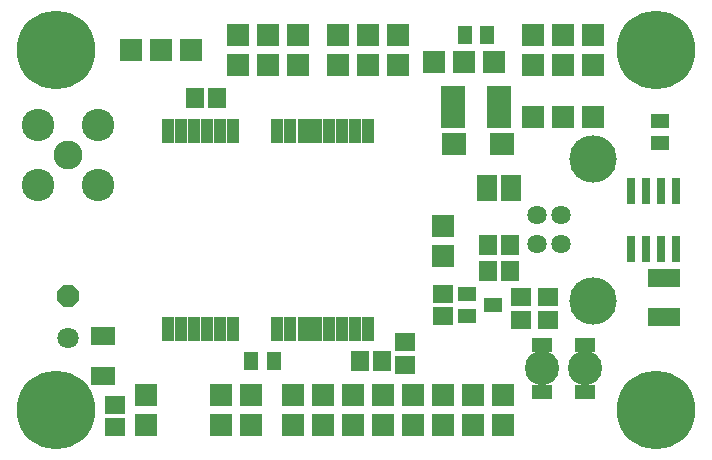
<source format=gbr>
G75*
%MOIN*%
%OFA0B0*%
%FSLAX24Y24*%
%IPPOS*%
%LPD*%
%AMOC8*
5,1,8,0,0,1.08239X$1,22.5*
%
%ADD10R,0.0395X0.0789*%
%ADD11R,0.0300X0.0860*%
%ADD12C,0.0642*%
%ADD13C,0.1580*%
%ADD14R,0.0730X0.0730*%
%ADD15R,0.0828X0.1419*%
%ADD16R,0.0592X0.0671*%
%ADD17R,0.0590X0.0470*%
%ADD18R,0.1080X0.0630*%
%ADD19R,0.0671X0.0493*%
%ADD20C,0.1143*%
%ADD21R,0.0671X0.0592*%
%ADD22C,0.1084*%
%ADD23C,0.0966*%
%ADD24R,0.0631X0.0474*%
%ADD25C,0.2620*%
%ADD26R,0.0470X0.0590*%
%ADD27R,0.0789X0.0749*%
%ADD28R,0.0671X0.0907*%
%ADD29OC8,0.0710*%
%ADD30C,0.0710*%
%ADD31R,0.0789X0.0631*%
D10*
X006107Y004978D03*
X006540Y004978D03*
X006973Y004978D03*
X007406Y004978D03*
X007839Y004978D03*
X008272Y004978D03*
X009768Y004978D03*
X010201Y004978D03*
X010635Y004978D03*
X011068Y004978D03*
X011501Y004978D03*
X011934Y004978D03*
X012367Y004978D03*
X012800Y004978D03*
X012800Y011592D03*
X012367Y011592D03*
X011934Y011592D03*
X011501Y011592D03*
X011068Y011592D03*
X010635Y011592D03*
X010201Y011592D03*
X009768Y011592D03*
X008272Y011592D03*
X007839Y011592D03*
X007406Y011592D03*
X006973Y011592D03*
X006540Y011592D03*
X006107Y011592D03*
D11*
X021544Y009580D03*
X022044Y009580D03*
X022544Y009580D03*
X023044Y009580D03*
X023044Y007640D03*
X022544Y007640D03*
X022044Y007640D03*
X021544Y007640D03*
D12*
X019206Y007793D03*
X018419Y007793D03*
X018419Y008777D03*
X019206Y008777D03*
D13*
X020269Y010647D03*
X020269Y005923D03*
D14*
X017269Y002785D03*
X016269Y002785D03*
X015269Y002785D03*
X014269Y002785D03*
X013269Y002785D03*
X012269Y002785D03*
X011269Y002785D03*
X010269Y002785D03*
X010269Y001785D03*
X011269Y001785D03*
X012269Y001785D03*
X013269Y001785D03*
X014269Y001785D03*
X015269Y001785D03*
X016269Y001785D03*
X017269Y001785D03*
X015269Y007410D03*
X015269Y008410D03*
X018269Y012035D03*
X019269Y012035D03*
X020269Y012035D03*
X020269Y013785D03*
X019269Y013785D03*
X018269Y013785D03*
X016994Y013885D03*
X015994Y013885D03*
X014994Y013885D03*
X013794Y013785D03*
X012794Y013785D03*
X011794Y013785D03*
X011794Y014785D03*
X012794Y014785D03*
X013794Y014785D03*
X010444Y014785D03*
X009444Y014785D03*
X008444Y014785D03*
X008444Y013785D03*
X009444Y013785D03*
X010444Y013785D03*
X006894Y014285D03*
X005894Y014285D03*
X004894Y014285D03*
X018269Y014785D03*
X019269Y014785D03*
X020269Y014785D03*
X008894Y002785D03*
X007894Y002785D03*
X007894Y001785D03*
X008894Y001785D03*
X005394Y001785D03*
X005394Y002785D03*
D15*
X015627Y012360D03*
X017162Y012360D03*
D16*
X017518Y007785D03*
X016770Y007785D03*
X016770Y006910D03*
X017518Y006910D03*
X013268Y003910D03*
X012520Y003910D03*
X007768Y012660D03*
X007020Y012660D03*
D17*
X022519Y011909D03*
X022519Y011161D03*
D18*
X022644Y006685D03*
X022644Y005385D03*
D19*
X020019Y004447D03*
X018594Y004447D03*
X018594Y002873D03*
X020019Y002873D03*
D20*
X020019Y003660D03*
X018594Y003660D03*
D21*
X018769Y005286D03*
X017894Y005286D03*
X017894Y006034D03*
X018769Y006034D03*
X015269Y006159D03*
X015269Y005411D03*
X014019Y004534D03*
X014019Y003786D03*
X004344Y002459D03*
X004344Y001711D03*
D22*
X003769Y009785D03*
X001769Y009785D03*
X001769Y011785D03*
X003769Y011785D03*
D23*
X002769Y010785D03*
D24*
X016086Y006159D03*
X016952Y005785D03*
X016086Y005411D03*
D25*
X002394Y002285D03*
X002394Y014285D03*
X022394Y014285D03*
X022394Y002285D03*
D26*
X009643Y003910D03*
X008895Y003910D03*
X016020Y014785D03*
X016768Y014785D03*
D27*
X017251Y011135D03*
X015637Y011135D03*
D28*
X016751Y009685D03*
X017538Y009685D03*
D29*
X002794Y006085D03*
D30*
X002794Y004685D03*
D31*
X003944Y004754D03*
X003944Y003416D03*
M02*

</source>
